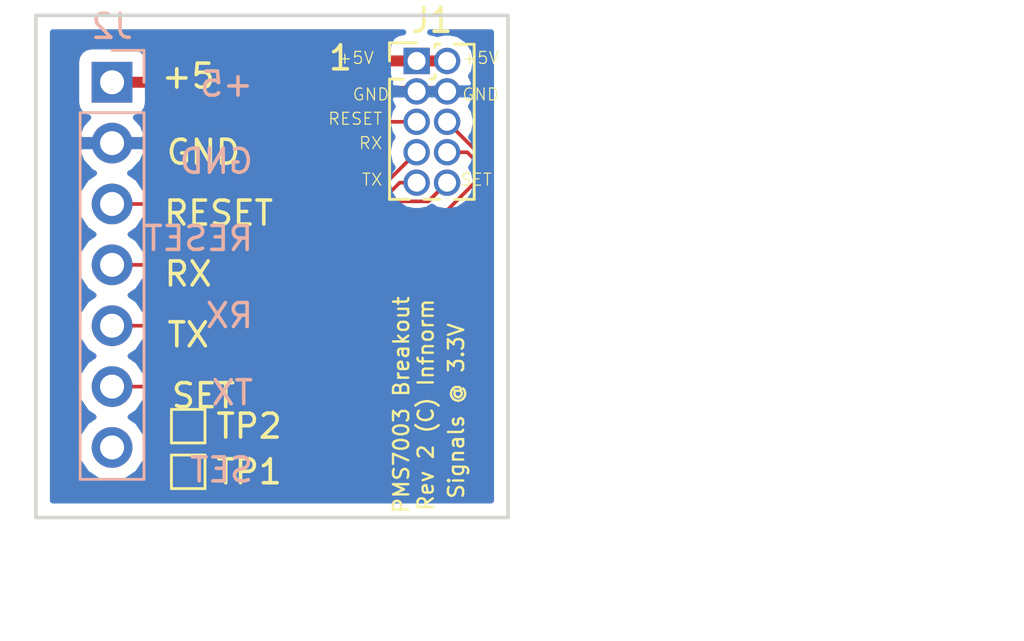
<source format=kicad_pcb>
(kicad_pcb (version 20171130) (host pcbnew "(5.0.1)-4")

  (general
    (thickness 1.6)
    (drawings 22)
    (tracks 44)
    (zones 0)
    (modules 4)
    (nets 10)
  )

  (page A4)
  (layers
    (0 F.Cu signal)
    (31 B.Cu signal)
    (32 B.Adhes user)
    (33 F.Adhes user)
    (34 B.Paste user)
    (35 F.Paste user)
    (36 B.SilkS user)
    (37 F.SilkS user)
    (38 B.Mask user)
    (39 F.Mask user)
    (40 Dwgs.User user)
    (41 Cmts.User user)
    (42 Eco1.User user)
    (43 Eco2.User user)
    (44 Edge.Cuts user)
    (45 Margin user)
    (46 B.CrtYd user)
    (47 F.CrtYd user)
    (48 B.Fab user)
    (49 F.Fab user)
  )

  (setup
    (last_trace_width 0.1524)
    (trace_clearance 0.1524)
    (zone_clearance 0.508)
    (zone_45_only no)
    (trace_min 0.1524)
    (segment_width 0.2)
    (edge_width 0.15)
    (via_size 0.6858)
    (via_drill 0.3302)
    (via_min_size 0.6858)
    (via_min_drill 0.3302)
    (uvia_size 0.6858)
    (uvia_drill 0.3302)
    (uvias_allowed no)
    (uvia_min_size 0.2)
    (uvia_min_drill 0.1)
    (pcb_text_width 0.3)
    (pcb_text_size 1.5 1.5)
    (mod_edge_width 0.15)
    (mod_text_size 1 1)
    (mod_text_width 0.15)
    (pad_size 1.524 1.524)
    (pad_drill 0.762)
    (pad_to_mask_clearance 0.0508)
    (solder_mask_min_width 0.25)
    (aux_axis_origin 0 0)
    (visible_elements 7FFFFFFF)
    (pcbplotparams
      (layerselection 0x010fc_ffffffff)
      (usegerberextensions false)
      (usegerberattributes false)
      (usegerberadvancedattributes false)
      (creategerberjobfile false)
      (excludeedgelayer true)
      (linewidth 0.100000)
      (plotframeref false)
      (viasonmask false)
      (mode 1)
      (useauxorigin false)
      (hpglpennumber 1)
      (hpglpenspeed 20)
      (hpglpendiameter 15.000000)
      (psnegative false)
      (psa4output false)
      (plotreference true)
      (plotvalue true)
      (plotinvisibletext false)
      (padsonsilk false)
      (subtractmaskfromsilk false)
      (outputformat 1)
      (mirror false)
      (drillshape 1)
      (scaleselection 1)
      (outputdirectory ""))
  )

  (net 0 "")
  (net 1 "Net-(J2-Pad7)")
  (net 2 /PIN6)
  (net 3 /PIN8)
  (net 4 /VCC)
  (net 5 /GND)
  (net 6 /RESET)
  (net 7 /SET)
  (net 8 /RX)
  (net 9 /TX)

  (net_class Default "This is the default net class."
    (clearance 0.1524)
    (trace_width 0.1524)
    (via_dia 0.6858)
    (via_drill 0.3302)
    (uvia_dia 0.6858)
    (uvia_drill 0.3302)
    (add_net /PIN6)
    (add_net /PIN8)
    (add_net /RESET)
    (add_net /RX)
    (add_net /SET)
    (add_net /TX)
    (add_net "Net-(J2-Pad7)")
  )

  (net_class pwr ""
    (clearance 0.1524)
    (trace_width 0.4572)
    (via_dia 0.6858)
    (via_drill 0.3302)
    (uvia_dia 0.6858)
    (uvia_drill 0.3302)
    (add_net /GND)
    (add_net /VCC)
  )

  (module Connector_PinHeader_1.27mm:PinHeader_2x05_P1.27mm_Vertical (layer F.Cu) (tedit 5C0E0038) (tstamp 5C1A4D2F)
    (at 78.105 69.215)
    (descr "Through hole straight pin header, 2x05, 1.27mm pitch, double rows")
    (tags "Through hole pin header THT 2x05 1.27mm double row")
    (path /5BFCD2AB)
    (fp_text reference J1 (at 0.635 -1.695) (layer F.SilkS)
      (effects (font (size 1 1) (thickness 0.15)))
    )
    (fp_text value Conn_02x05_Odd_Even (at 16.764 10.16) (layer F.Fab)
      (effects (font (size 1 1) (thickness 0.15)))
    )
    (fp_line (start -0.2175 -0.635) (end 2.34 -0.635) (layer F.Fab) (width 0.1))
    (fp_line (start 2.34 -0.635) (end 2.34 5.715) (layer F.Fab) (width 0.1))
    (fp_line (start 2.34 5.715) (end -1.07 5.715) (layer F.Fab) (width 0.1))
    (fp_line (start -1.07 5.715) (end -1.07 0.2175) (layer F.Fab) (width 0.1))
    (fp_line (start -1.07 0.2175) (end -0.2175 -0.635) (layer F.Fab) (width 0.1))
    (fp_line (start -1.13 5.775) (end -0.30753 5.775) (layer F.SilkS) (width 0.12))
    (fp_line (start 1.57753 5.775) (end 2.4 5.775) (layer F.SilkS) (width 0.12))
    (fp_line (start 0.30753 5.775) (end 0.96247 5.775) (layer F.SilkS) (width 0.12))
    (fp_line (start -1.13 0.76) (end -1.13 5.775) (layer F.SilkS) (width 0.12))
    (fp_line (start 2.4 -0.695) (end 2.4 5.775) (layer F.SilkS) (width 0.12))
    (fp_line (start -1.13 0.76) (end -0.563471 0.76) (layer F.SilkS) (width 0.12))
    (fp_line (start 0.563471 0.76) (end 0.706529 0.76) (layer F.SilkS) (width 0.12))
    (fp_line (start 0.76 0.706529) (end 0.76 0.563471) (layer F.SilkS) (width 0.12))
    (fp_line (start 0.76 -0.563471) (end 0.76 -0.695) (layer F.SilkS) (width 0.12))
    (fp_line (start 0.76 -0.695) (end 0.96247 -0.695) (layer F.SilkS) (width 0.12))
    (fp_line (start 1.57753 -0.695) (end 2.4 -0.695) (layer F.SilkS) (width 0.12))
    (fp_line (start -1.13 0) (end -1.13 -0.76) (layer F.SilkS) (width 0.12))
    (fp_line (start -1.13 -0.76) (end 0 -0.76) (layer F.SilkS) (width 0.12))
    (fp_line (start -1.6 -1.15) (end -1.6 6.25) (layer F.CrtYd) (width 0.05))
    (fp_line (start -1.6 6.25) (end 2.85 6.25) (layer F.CrtYd) (width 0.05))
    (fp_line (start 2.85 6.25) (end 2.85 -1.15) (layer F.CrtYd) (width 0.05))
    (fp_line (start 2.85 -1.15) (end -1.6 -1.15) (layer F.CrtYd) (width 0.05))
    (fp_text user %R (at 0.635 2.54 90) (layer F.Fab)
      (effects (font (size 1 1) (thickness 0.15)))
    )
    (pad 1 thru_hole rect (at 0 0) (size 1.1 1.1) (drill 0.75) (layers *.Cu *.Mask)
      (net 4 /VCC))
    (pad 2 thru_hole oval (at 1.27 0) (size 1.1 1.1) (drill 0.75) (layers *.Cu *.Mask)
      (net 4 /VCC))
    (pad 3 thru_hole oval (at 0 1.27) (size 1.1 1.1) (drill 0.75) (layers *.Cu *.Mask)
      (net 5 /GND))
    (pad 4 thru_hole oval (at 1.27 1.27) (size 1.1 1.1) (drill 0.75) (layers *.Cu *.Mask)
      (net 5 /GND))
    (pad 5 thru_hole oval (at 0 2.54) (size 1.1 1.1) (drill 0.75) (layers *.Cu *.Mask)
      (net 6 /RESET))
    (pad 6 thru_hole oval (at 1.27 2.54) (size 1.1 1.1) (drill 0.75) (layers *.Cu *.Mask)
      (net 2 /PIN6))
    (pad 7 thru_hole oval (at 0 3.81) (size 1.1 1.1) (drill 0.75) (layers *.Cu *.Mask)
      (net 8 /RX))
    (pad 8 thru_hole oval (at 1.27 3.81) (size 1.1 1.1) (drill 0.75) (layers *.Cu *.Mask)
      (net 3 /PIN8))
    (pad 9 thru_hole oval (at 0 5.08) (size 1.1 1.1) (drill 0.75) (layers *.Cu *.Mask)
      (net 9 /TX))
    (pad 10 thru_hole oval (at 1.27 5.08) (size 1.1 1.1) (drill 0.75) (layers *.Cu *.Mask)
      (net 7 /SET))
    (model ${KISYS3DMOD}/Connector_PinHeader_1.27mm.3dshapes/PinHeader_2x05_P1.27mm_Vertical.wrl
      (at (xyz 0 0 0))
      (scale (xyz 1 1 1))
      (rotate (xyz 0 0 0))
    )
  )

  (module TestPoint:TestPoint_Pad_1.0x1.0mm (layer F.Cu) (tedit 5BFCE79E) (tstamp 5C0A25EE)
    (at 68.58 84.455)
    (descr "SMD rectangular pad as test Point, square 1.0mm side length")
    (tags "test point SMD pad rectangle square")
    (path /5BFCF161)
    (attr virtual)
    (fp_text reference TP2 (at 2.54 0) (layer F.SilkS)
      (effects (font (size 1 1) (thickness 0.15)))
    )
    (fp_text value TestPoint (at 11.176 8.128) (layer F.Fab)
      (effects (font (size 1 1) (thickness 0.15)))
    )
    (fp_line (start 1 1) (end -1 1) (layer F.CrtYd) (width 0.05))
    (fp_line (start 1 1) (end 1 -1) (layer F.CrtYd) (width 0.05))
    (fp_line (start -1 -1) (end -1 1) (layer F.CrtYd) (width 0.05))
    (fp_line (start -1 -1) (end 1 -1) (layer F.CrtYd) (width 0.05))
    (fp_line (start -0.7 0.7) (end -0.7 -0.7) (layer F.SilkS) (width 0.12))
    (fp_line (start 0.7 0.7) (end -0.7 0.7) (layer F.SilkS) (width 0.12))
    (fp_line (start 0.7 -0.7) (end 0.7 0.7) (layer F.SilkS) (width 0.12))
    (fp_line (start -0.7 -0.7) (end 0.7 -0.7) (layer F.SilkS) (width 0.12))
    (fp_text user %R (at 0 -1.45) (layer F.Fab)
      (effects (font (size 1 1) (thickness 0.15)))
    )
    (pad 1 smd rect (at 0 0) (size 1 1) (layers F.Cu F.Mask)
      (net 3 /PIN8))
  )

  (module TestPoint:TestPoint_Pad_1.0x1.0mm (layer F.Cu) (tedit 5BFCE7A3) (tstamp 5C0A25E0)
    (at 68.58 86.36)
    (descr "SMD rectangular pad as test Point, square 1.0mm side length")
    (tags "test point SMD pad rectangle square")
    (path /5BFCEF01)
    (attr virtual)
    (fp_text reference TP1 (at 2.54 0) (layer F.SilkS)
      (effects (font (size 1 1) (thickness 0.15)))
    )
    (fp_text value TestPoint (at 8.128 5.08) (layer F.Fab)
      (effects (font (size 1 1) (thickness 0.15)))
    )
    (fp_text user %R (at 0 -1.45) (layer F.Fab)
      (effects (font (size 1 1) (thickness 0.15)))
    )
    (fp_line (start -0.7 -0.7) (end 0.7 -0.7) (layer F.SilkS) (width 0.12))
    (fp_line (start 0.7 -0.7) (end 0.7 0.7) (layer F.SilkS) (width 0.12))
    (fp_line (start 0.7 0.7) (end -0.7 0.7) (layer F.SilkS) (width 0.12))
    (fp_line (start -0.7 0.7) (end -0.7 -0.7) (layer F.SilkS) (width 0.12))
    (fp_line (start -1 -1) (end 1 -1) (layer F.CrtYd) (width 0.05))
    (fp_line (start -1 -1) (end -1 1) (layer F.CrtYd) (width 0.05))
    (fp_line (start 1 1) (end 1 -1) (layer F.CrtYd) (width 0.05))
    (fp_line (start 1 1) (end -1 1) (layer F.CrtYd) (width 0.05))
    (pad 1 smd rect (at 0 0) (size 1 1) (layers F.Cu F.Mask)
      (net 2 /PIN6))
  )

  (module Connector_PinHeader_2.54mm:PinHeader_1x07_P2.54mm_Vertical (layer B.Cu) (tedit 59FED5CC) (tstamp 5C095324)
    (at 65.405 70.104 180)
    (descr "Through hole straight pin header, 1x07, 2.54mm pitch, single row")
    (tags "Through hole pin header THT 1x07 2.54mm single row")
    (path /5BFCDFE0)
    (fp_text reference J2 (at 0 2.33 180) (layer B.SilkS)
      (effects (font (size 1 1) (thickness 0.15)) (justify mirror))
    )
    (fp_text value Conn_01x07 (at 0 -17.57 180) (layer B.Fab)
      (effects (font (size 1 1) (thickness 0.15)) (justify mirror))
    )
    (fp_line (start -0.635 1.27) (end 1.27 1.27) (layer B.Fab) (width 0.1))
    (fp_line (start 1.27 1.27) (end 1.27 -16.51) (layer B.Fab) (width 0.1))
    (fp_line (start 1.27 -16.51) (end -1.27 -16.51) (layer B.Fab) (width 0.1))
    (fp_line (start -1.27 -16.51) (end -1.27 0.635) (layer B.Fab) (width 0.1))
    (fp_line (start -1.27 0.635) (end -0.635 1.27) (layer B.Fab) (width 0.1))
    (fp_line (start -1.33 -16.57) (end 1.33 -16.57) (layer B.SilkS) (width 0.12))
    (fp_line (start -1.33 -1.27) (end -1.33 -16.57) (layer B.SilkS) (width 0.12))
    (fp_line (start 1.33 -1.27) (end 1.33 -16.57) (layer B.SilkS) (width 0.12))
    (fp_line (start -1.33 -1.27) (end 1.33 -1.27) (layer B.SilkS) (width 0.12))
    (fp_line (start -1.33 0) (end -1.33 1.33) (layer B.SilkS) (width 0.12))
    (fp_line (start -1.33 1.33) (end 0 1.33) (layer B.SilkS) (width 0.12))
    (fp_line (start -1.8 1.8) (end -1.8 -17.05) (layer B.CrtYd) (width 0.05))
    (fp_line (start -1.8 -17.05) (end 1.8 -17.05) (layer B.CrtYd) (width 0.05))
    (fp_line (start 1.8 -17.05) (end 1.8 1.8) (layer B.CrtYd) (width 0.05))
    (fp_line (start 1.8 1.8) (end -1.8 1.8) (layer B.CrtYd) (width 0.05))
    (fp_text user %R (at 0 -7.62 90) (layer B.Fab)
      (effects (font (size 1 1) (thickness 0.15)) (justify mirror))
    )
    (pad 1 thru_hole rect (at 0 0 180) (size 1.7 1.7) (drill 1) (layers *.Cu *.Mask)
      (net 4 /VCC))
    (pad 2 thru_hole oval (at 0 -2.54 180) (size 1.7 1.7) (drill 1) (layers *.Cu *.Mask)
      (net 5 /GND))
    (pad 3 thru_hole oval (at 0 -5.08 180) (size 1.7 1.7) (drill 1) (layers *.Cu *.Mask)
      (net 6 /RESET))
    (pad 4 thru_hole oval (at 0 -7.62 180) (size 1.7 1.7) (drill 1) (layers *.Cu *.Mask)
      (net 8 /RX))
    (pad 5 thru_hole oval (at 0 -10.16 180) (size 1.7 1.7) (drill 1) (layers *.Cu *.Mask)
      (net 9 /TX))
    (pad 6 thru_hole oval (at 0 -12.7 180) (size 1.7 1.7) (drill 1) (layers *.Cu *.Mask)
      (net 7 /SET))
    (pad 7 thru_hole oval (at 0 -15.24 180) (size 1.7 1.7) (drill 1) (layers *.Cu *.Mask)
      (net 1 "Net-(J2-Pad7)"))
    (model ${KISYS3DMOD}/Connector_PinHeader_2.54mm.3dshapes/PinHeader_1x07_P2.54mm_Vertical.wrl
      (at (xyz 0 0 0))
      (scale (xyz 1 1 1))
      (rotate (xyz 0 0 0))
    )
  )

  (gr_text TX (at 76.708 74.168) (layer F.SilkS) (tstamp 5C0A216E)
    (effects (font (size 0.5 0.5) (thickness 0.05)) (justify right))
  )
  (gr_text GND (at 76.2 70.612) (layer F.SilkS) (tstamp 5C0A2157)
    (effects (font (size 0.5 0.5) (thickness 0.05)))
  )
  (gr_text +5V (at 75.565 69.088) (layer F.SilkS)
    (effects (font (size 0.5 0.5) (thickness 0.05)))
  )
  (gr_text RX (at 76.708 72.644) (layer F.SilkS) (tstamp 5C0A216E)
    (effects (font (size 0.5 0.5) (thickness 0.05)) (justify right))
  )
  (gr_text SET (at 81.28 74.168) (layer F.SilkS) (tstamp 5C0A216E)
    (effects (font (size 0.5 0.5) (thickness 0.05)) (justify right))
  )
  (gr_text "RESET\n" (at 76.708 71.628) (layer F.SilkS) (tstamp 5C0A2164)
    (effects (font (size 0.5 0.5) (thickness 0.05)) (justify right))
  )
  (gr_text GND (at 80.772 70.612) (layer F.SilkS) (tstamp 5C0A2164)
    (effects (font (size 0.5 0.5) (thickness 0.05)))
  )
  (gr_text +5V (at 80.772 69.088) (layer F.SilkS) (tstamp 5C0A2157)
    (effects (font (size 0.5 0.5) (thickness 0.05)))
  )
  (gr_text 1 (at 74.93 69.088) (layer F.SilkS)
    (effects (font (size 1 1) (thickness 0.15)))
  )
  (gr_text "+5\n\nGND\n\nRESET\n\nRX\n\nTX\n\nSET\n" (at 71.374 78.232) (layer B.SilkS)
    (effects (font (size 1 1) (thickness 0.15)) (justify left mirror))
  )
  (gr_text "PMS7003 Breakout\nRev 2 (C) Infnorm" (at 77.978 83.566 90) (layer F.SilkS) (tstamp 5C096E5D)
    (effects (font (size 0.635 0.635) (thickness 0.1)))
  )
  (gr_text "Signals @ 3.3V" (at 79.756 83.82 90) (layer F.SilkS)
    (effects (font (size 0.635 0.635) (thickness 0.1)))
  )
  (gr_text RESET (at 69.85 75.565) (layer F.SilkS)
    (effects (font (size 1 1) (thickness 0.15)))
  )
  (gr_text RX (at 68.58 78.105) (layer F.SilkS)
    (effects (font (size 1 1) (thickness 0.15)))
  )
  (gr_text TX (at 68.58 80.645) (layer F.SilkS)
    (effects (font (size 1 1) (thickness 0.15)))
  )
  (gr_text SET (at 69.215 83.185) (layer F.SilkS)
    (effects (font (size 1 1) (thickness 0.15)))
  )
  (gr_text GND (at 69.215 73.025) (layer F.SilkS)
    (effects (font (size 1 1) (thickness 0.15)))
  )
  (gr_text +5 (at 68.58 69.85) (layer F.SilkS)
    (effects (font (size 1 1) (thickness 0.15)))
  )
  (gr_line (start 62.23 88.265) (end 62.23 67.31) (layer Edge.Cuts) (width 0.15))
  (gr_line (start 81.915 88.265) (end 62.23 88.265) (layer Edge.Cuts) (width 0.15))
  (gr_line (start 81.915 67.31) (end 81.915 88.265) (layer Edge.Cuts) (width 0.15))
  (gr_line (start 62.23 67.31) (end 81.915 67.31) (layer Edge.Cuts) (width 0.15))

  (segment (start 79.874999 72.254999) (end 79.375 71.755) (width 0.1524) (layer F.Cu) (net 2))
  (segment (start 80.408412 72.788412) (end 79.874999 72.254999) (width 0.1524) (layer F.Cu) (net 2))
  (segment (start 80.949809 74.642591) (end 80.949809 73.329809) (width 0.1524) (layer F.Cu) (net 2))
  (segment (start 69.2324 86.36) (end 80.949809 74.642591) (width 0.1524) (layer F.Cu) (net 2))
  (segment (start 68.58 86.36) (end 69.2324 86.36) (width 0.1524) (layer F.Cu) (net 2))
  (segment (start 80.949809 73.329809) (end 80.949809 74.229587) (width 0.1524) (layer F.Cu) (net 2))
  (segment (start 80.408412 72.788412) (end 80.949809 73.329809) (width 0.1524) (layer F.Cu) (net 2))
  (segment (start 79.375 73.025) (end 79.375 73.21667) (width 0.1524) (layer F.Cu) (net 3))
  (segment (start 69.2324 84.455) (end 68.58 84.455) (width 0.1524) (layer F.Cu) (net 3))
  (segment (start 80.213934 73.025) (end 80.644999 73.456065) (width 0.1524) (layer F.Cu) (net 3))
  (segment (start 80.644999 73.456065) (end 80.644999 74.177331) (width 0.1524) (layer F.Cu) (net 3))
  (segment (start 79.375 73.025) (end 80.213934 73.025) (width 0.1524) (layer F.Cu) (net 3))
  (segment (start 80.644999 74.177331) (end 76.08233 78.74) (width 0.1524) (layer F.Cu) (net 3))
  (segment (start 76.08233 78.74) (end 74.9474 78.74) (width 0.1524) (layer F.Cu) (net 3))
  (segment (start 74.9474 78.74) (end 69.2324 84.455) (width 0.1524) (layer F.Cu) (net 3))
  (segment (start 78.105 69.215) (end 79.375 69.215) (width 0.4572) (layer F.Cu) (net 4))
  (segment (start 69.596 70.104) (end 65.405 70.104) (width 0.4572) (layer F.Cu) (net 4))
  (segment (start 70.9032 70.104) (end 69.596 70.104) (width 0.4572) (layer F.Cu) (net 4))
  (segment (start 78.105 69.215) (end 71.7922 69.215) (width 0.4572) (layer F.Cu) (net 4))
  (segment (start 71.7922 69.215) (end 70.9032 70.104) (width 0.4572) (layer F.Cu) (net 4))
  (segment (start 79.375 70.485) (end 78.105 70.485) (width 0.4572) (layer F.Cu) (net 5))
  (segment (start 71.755 70.485) (end 78.105 70.485) (width 0.4572) (layer F.Cu) (net 5))
  (segment (start 65.405 72.644) (end 69.596 72.644) (width 0.4572) (layer F.Cu) (net 5))
  (segment (start 69.596 72.644) (end 71.755 70.485) (width 0.4572) (layer F.Cu) (net 5))
  (segment (start 69.596 75.184) (end 65.405 75.184) (width 0.1524) (layer F.Cu) (net 6))
  (segment (start 78.105 71.755) (end 73.025 71.755) (width 0.1524) (layer F.Cu) (net 6))
  (segment (start 73.025 71.755) (end 69.596 75.184) (width 0.1524) (layer F.Cu) (net 6))
  (segment (start 69.596 82.804) (end 65.405 82.804) (width 0.1524) (layer F.Cu) (net 7))
  (segment (start 70.674601 81.725399) (end 69.596 82.804) (width 0.1524) (layer F.Cu) (net 7))
  (segment (start 70.674601 80.313917) (end 70.674601 81.725399) (width 0.1524) (layer F.Cu) (net 7))
  (segment (start 79.375 74.295) (end 78.646399 75.023601) (width 0.1524) (layer F.Cu) (net 7))
  (segment (start 75.914917 75.073601) (end 70.674601 80.313917) (width 0.1524) (layer F.Cu) (net 7))
  (segment (start 78.596399 75.073601) (end 75.914917 75.073601) (width 0.1524) (layer F.Cu) (net 7))
  (segment (start 79.375 74.295) (end 78.596399 75.073601) (width 0.1524) (layer F.Cu) (net 7))
  (segment (start 77.605001 73.524999) (end 78.105 73.025) (width 0.1524) (layer F.Cu) (net 8))
  (segment (start 76.716021 74.413979) (end 77.605001 73.524999) (width 0.1524) (layer F.Cu) (net 8))
  (segment (start 72.906021 74.413979) (end 76.716021 74.413979) (width 0.1524) (layer F.Cu) (net 8))
  (segment (start 65.405 77.724) (end 69.596 77.724) (width 0.1524) (layer F.Cu) (net 8))
  (segment (start 69.596 77.724) (end 72.906021 74.413979) (width 0.1524) (layer F.Cu) (net 8))
  (segment (start 77.397894 74.295) (end 78.105 74.295) (width 0.1524) (layer F.Cu) (net 9))
  (segment (start 76.974104 74.71879) (end 77.397894 74.295) (width 0.1524) (layer F.Cu) (net 9))
  (segment (start 75.14121 74.71879) (end 76.974104 74.71879) (width 0.1524) (layer F.Cu) (net 9))
  (segment (start 69.596 80.264) (end 75.14121 74.71879) (width 0.1524) (layer F.Cu) (net 9))
  (segment (start 69.596 80.264) (end 65.405 80.264) (width 0.1524) (layer F.Cu) (net 9))

  (zone (net 5) (net_name /GND) (layer B.Cu) (tstamp 5C0A2B88) (hatch edge 0.508)
    (connect_pads (clearance 0.508))
    (min_thickness 0.254)
    (fill yes (arc_segments 16) (thermal_gap 0.508) (thermal_bridge_width 0.508))
    (polygon
      (pts
        (xy 68.58 67.31) (xy 81.915 67.31) (xy 81.915 88.265) (xy 62.23 88.265) (xy 62.23 67.31)
      )
    )
    (filled_polygon
      (pts
        (xy 77.307235 68.066843) (xy 77.097191 68.207191) (xy 76.956843 68.417235) (xy 76.90756 68.665) (xy 76.90756 69.765)
        (xy 76.956843 70.012765) (xy 77.001077 70.078966) (xy 76.961197 70.175256) (xy 77.086639 70.358) (xy 77.299517 70.358)
        (xy 77.307235 70.363157) (xy 77.555 70.41244) (xy 78.655 70.41244) (xy 78.902765 70.363157) (xy 78.910483 70.358)
        (xy 79.047142 70.358) (xy 79.25829 70.4) (xy 79.49171 70.4) (xy 79.702858 70.358) (xy 80.393361 70.358)
        (xy 80.518803 70.175256) (xy 80.402822 69.895224) (xy 80.370463 69.858127) (xy 80.491245 69.677364) (xy 80.583215 69.215)
        (xy 80.491245 68.752636) (xy 80.229337 68.360663) (xy 79.837364 68.098755) (xy 79.49171 68.03) (xy 79.25829 68.03)
        (xy 78.941833 68.092947) (xy 78.902765 68.066843) (xy 78.667267 68.02) (xy 81.205 68.02) (xy 81.205001 87.555)
        (xy 62.94 87.555) (xy 62.94 75.184) (xy 63.890908 75.184) (xy 64.006161 75.763418) (xy 64.334375 76.254625)
        (xy 64.632761 76.454) (xy 64.334375 76.653375) (xy 64.006161 77.144582) (xy 63.890908 77.724) (xy 64.006161 78.303418)
        (xy 64.334375 78.794625) (xy 64.632761 78.994) (xy 64.334375 79.193375) (xy 64.006161 79.684582) (xy 63.890908 80.264)
        (xy 64.006161 80.843418) (xy 64.334375 81.334625) (xy 64.632761 81.534) (xy 64.334375 81.733375) (xy 64.006161 82.224582)
        (xy 63.890908 82.804) (xy 64.006161 83.383418) (xy 64.334375 83.874625) (xy 64.632761 84.074) (xy 64.334375 84.273375)
        (xy 64.006161 84.764582) (xy 63.890908 85.344) (xy 64.006161 85.923418) (xy 64.334375 86.414625) (xy 64.825582 86.742839)
        (xy 65.258744 86.829) (xy 65.551256 86.829) (xy 65.984418 86.742839) (xy 66.475625 86.414625) (xy 66.803839 85.923418)
        (xy 66.919092 85.344) (xy 66.803839 84.764582) (xy 66.475625 84.273375) (xy 66.177239 84.074) (xy 66.475625 83.874625)
        (xy 66.803839 83.383418) (xy 66.919092 82.804) (xy 66.803839 82.224582) (xy 66.475625 81.733375) (xy 66.177239 81.534)
        (xy 66.475625 81.334625) (xy 66.803839 80.843418) (xy 66.919092 80.264) (xy 66.803839 79.684582) (xy 66.475625 79.193375)
        (xy 66.177239 78.994) (xy 66.475625 78.794625) (xy 66.803839 78.303418) (xy 66.919092 77.724) (xy 66.803839 77.144582)
        (xy 66.475625 76.653375) (xy 66.177239 76.454) (xy 66.475625 76.254625) (xy 66.803839 75.763418) (xy 66.919092 75.184)
        (xy 66.803839 74.604582) (xy 66.475625 74.113375) (xy 66.156522 73.900157) (xy 66.286358 73.839183) (xy 66.676645 73.410924)
        (xy 66.846476 73.00089) (xy 66.725155 72.771) (xy 65.532 72.771) (xy 65.532 72.791) (xy 65.278 72.791)
        (xy 65.278 72.771) (xy 64.084845 72.771) (xy 63.963524 73.00089) (xy 64.133355 73.410924) (xy 64.523642 73.839183)
        (xy 64.653478 73.900157) (xy 64.334375 74.113375) (xy 64.006161 74.604582) (xy 63.890908 75.184) (xy 62.94 75.184)
        (xy 62.94 69.254) (xy 63.90756 69.254) (xy 63.90756 70.954) (xy 63.956843 71.201765) (xy 64.097191 71.411809)
        (xy 64.307235 71.552157) (xy 64.410708 71.572739) (xy 64.133355 71.877076) (xy 63.963524 72.28711) (xy 64.084845 72.517)
        (xy 65.278 72.517) (xy 65.278 72.497) (xy 65.532 72.497) (xy 65.532 72.517) (xy 66.725155 72.517)
        (xy 66.846476 72.28711) (xy 66.676645 71.877076) (xy 66.565393 71.755) (xy 76.896785 71.755) (xy 76.988755 72.217364)
        (xy 77.104107 72.39) (xy 76.988755 72.562636) (xy 76.896785 73.025) (xy 76.988755 73.487364) (xy 77.104107 73.66)
        (xy 76.988755 73.832636) (xy 76.896785 74.295) (xy 76.988755 74.757364) (xy 77.250663 75.149337) (xy 77.642636 75.411245)
        (xy 77.98829 75.48) (xy 78.22171 75.48) (xy 78.567364 75.411245) (xy 78.74 75.295893) (xy 78.912636 75.411245)
        (xy 79.25829 75.48) (xy 79.49171 75.48) (xy 79.837364 75.411245) (xy 80.229337 75.149337) (xy 80.491245 74.757364)
        (xy 80.583215 74.295) (xy 80.491245 73.832636) (xy 80.375893 73.66) (xy 80.491245 73.487364) (xy 80.583215 73.025)
        (xy 80.491245 72.562636) (xy 80.375893 72.39) (xy 80.491245 72.217364) (xy 80.583215 71.755) (xy 80.491245 71.292636)
        (xy 80.370463 71.111873) (xy 80.402822 71.074776) (xy 80.518803 70.794744) (xy 80.393361 70.612) (xy 79.702858 70.612)
        (xy 79.49171 70.57) (xy 79.25829 70.57) (xy 79.047142 70.612) (xy 78.432858 70.612) (xy 78.22171 70.57)
        (xy 77.98829 70.57) (xy 77.777142 70.612) (xy 77.086639 70.612) (xy 76.961197 70.794744) (xy 77.077178 71.074776)
        (xy 77.109537 71.111873) (xy 76.988755 71.292636) (xy 76.896785 71.755) (xy 66.565393 71.755) (xy 66.399292 71.572739)
        (xy 66.502765 71.552157) (xy 66.712809 71.411809) (xy 66.853157 71.201765) (xy 66.90244 70.954) (xy 66.90244 69.254)
        (xy 66.853157 69.006235) (xy 66.712809 68.796191) (xy 66.502765 68.655843) (xy 66.255 68.60656) (xy 64.555 68.60656)
        (xy 64.307235 68.655843) (xy 64.097191 68.796191) (xy 63.956843 69.006235) (xy 63.90756 69.254) (xy 62.94 69.254)
        (xy 62.94 68.02) (xy 77.542733 68.02)
      )
    )
  )
)

</source>
